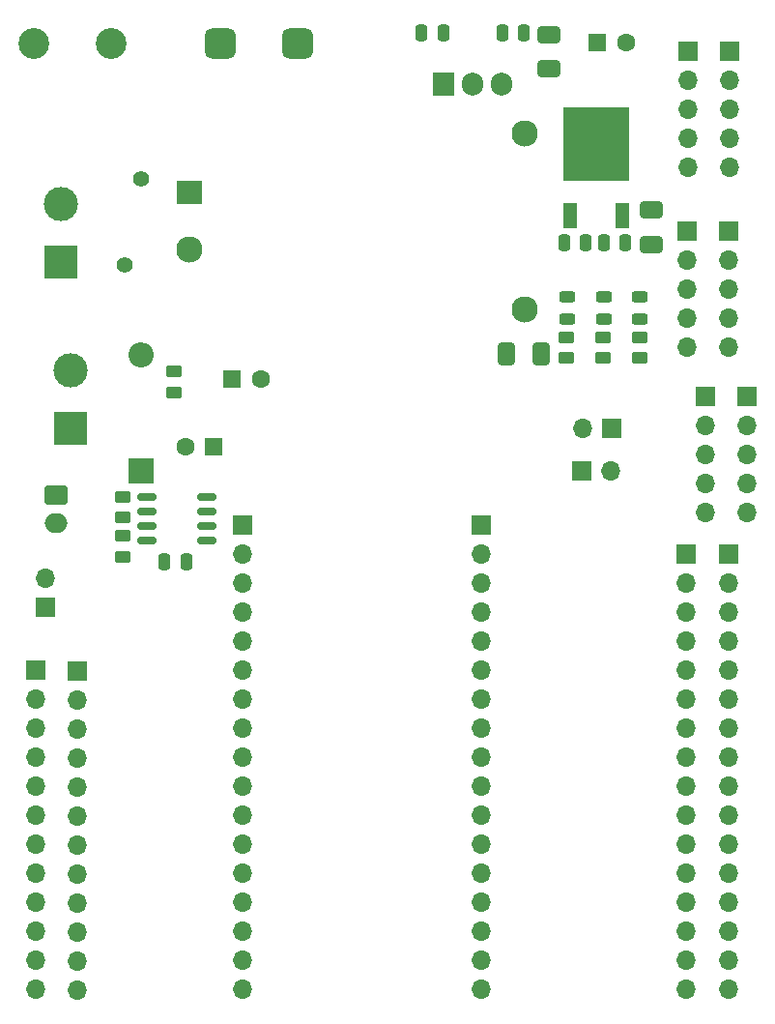
<source format=gts>
G04 #@! TF.GenerationSoftware,KiCad,Pcbnew,(6.0.8)*
G04 #@! TF.CreationDate,2023-06-29T00:22:17-04:00*
G04 #@! TF.ProjectId,proyecto final,70726f79-6563-4746-9f20-66696e616c2e,rev?*
G04 #@! TF.SameCoordinates,Original*
G04 #@! TF.FileFunction,Soldermask,Top*
G04 #@! TF.FilePolarity,Negative*
%FSLAX46Y46*%
G04 Gerber Fmt 4.6, Leading zero omitted, Abs format (unit mm)*
G04 Created by KiCad (PCBNEW (6.0.8)) date 2023-06-29 00:22:17*
%MOMM*%
%LPD*%
G01*
G04 APERTURE LIST*
G04 Aperture macros list*
%AMRoundRect*
0 Rectangle with rounded corners*
0 $1 Rounding radius*
0 $2 $3 $4 $5 $6 $7 $8 $9 X,Y pos of 4 corners*
0 Add a 4 corners polygon primitive as box body*
4,1,4,$2,$3,$4,$5,$6,$7,$8,$9,$2,$3,0*
0 Add four circle primitives for the rounded corners*
1,1,$1+$1,$2,$3*
1,1,$1+$1,$4,$5*
1,1,$1+$1,$6,$7*
1,1,$1+$1,$8,$9*
0 Add four rect primitives between the rounded corners*
20,1,$1+$1,$2,$3,$4,$5,0*
20,1,$1+$1,$4,$5,$6,$7,0*
20,1,$1+$1,$6,$7,$8,$9,0*
20,1,$1+$1,$8,$9,$2,$3,0*%
G04 Aperture macros list end*
%ADD10R,1.200000X2.200000*%
%ADD11R,5.800000X6.400000*%
%ADD12C,1.400000*%
%ADD13R,1.700000X1.700000*%
%ADD14O,1.700000X1.700000*%
%ADD15RoundRect,0.243750X0.456250X-0.243750X0.456250X0.243750X-0.456250X0.243750X-0.456250X-0.243750X0*%
%ADD16RoundRect,0.250000X0.250000X0.475000X-0.250000X0.475000X-0.250000X-0.475000X0.250000X-0.475000X0*%
%ADD17RoundRect,0.250000X-0.250000X-0.475000X0.250000X-0.475000X0.250000X0.475000X-0.250000X0.475000X0*%
%ADD18RoundRect,0.250000X-0.450000X0.262500X-0.450000X-0.262500X0.450000X-0.262500X0.450000X0.262500X0*%
%ADD19RoundRect,0.380000X-0.635000X0.380000X-0.635000X-0.380000X0.635000X-0.380000X0.635000X0.380000X0*%
%ADD20R,2.300000X2.000000*%
%ADD21C,2.300000*%
%ADD22RoundRect,0.380000X0.380000X0.635000X-0.380000X0.635000X-0.380000X-0.635000X0.380000X-0.635000X0*%
%ADD23RoundRect,0.250000X0.450000X-0.262500X0.450000X0.262500X-0.450000X0.262500X-0.450000X-0.262500X0*%
%ADD24RoundRect,0.150000X-0.675000X-0.150000X0.675000X-0.150000X0.675000X0.150000X-0.675000X0.150000X0*%
%ADD25R,1.905000X2.000000*%
%ADD26O,1.905000X2.000000*%
%ADD27R,3.000000X3.000000*%
%ADD28C,3.000000*%
%ADD29RoundRect,0.675000X0.675000X0.675000X-0.675000X0.675000X-0.675000X-0.675000X0.675000X-0.675000X0*%
%ADD30C,2.700000*%
%ADD31R,1.600000X1.600000*%
%ADD32C,1.600000*%
%ADD33R,2.200000X2.200000*%
%ADD34O,2.200000X2.200000*%
%ADD35RoundRect,0.250000X-0.750000X0.600000X-0.750000X-0.600000X0.750000X-0.600000X0.750000X0.600000X0*%
%ADD36O,2.000000X1.700000*%
G04 APERTURE END LIST*
D10*
X158655000Y-69675000D03*
D11*
X160935000Y-63375000D03*
D10*
X163215000Y-69675000D03*
D12*
X121115000Y-66455000D03*
X119615000Y-73955000D03*
D13*
X174175000Y-85520000D03*
D14*
X174175000Y-88060000D03*
X174175000Y-90600000D03*
X174175000Y-93140000D03*
X174175000Y-95680000D03*
D15*
X161615000Y-78692500D03*
X161615000Y-76817500D03*
D16*
X163535000Y-72075000D03*
X161635000Y-72075000D03*
D17*
X158175000Y-72075000D03*
X160075000Y-72075000D03*
D18*
X123995000Y-83332500D03*
X123995000Y-85157500D03*
X161585000Y-80322500D03*
X161585000Y-82147500D03*
D13*
X168955000Y-71045000D03*
D14*
X168955000Y-73585000D03*
X168955000Y-76125000D03*
X168955000Y-78665000D03*
X168955000Y-81205000D03*
D13*
X112687379Y-104005000D03*
D14*
X112687379Y-101465000D03*
D18*
X119485000Y-94302500D03*
X119485000Y-96127500D03*
D19*
X165765000Y-69195000D03*
X165765000Y-72235000D03*
D16*
X154635000Y-53665000D03*
X152735000Y-53665000D03*
D13*
X111835000Y-109480000D03*
D14*
X111835000Y-112020000D03*
X111835000Y-114560000D03*
X111835000Y-117100000D03*
X111835000Y-119640000D03*
X111835000Y-122180000D03*
X111835000Y-124720000D03*
X111835000Y-127260000D03*
X111835000Y-129800000D03*
X111835000Y-132340000D03*
X111835000Y-134880000D03*
X111835000Y-137420000D03*
D17*
X145655000Y-53675000D03*
X147555000Y-53675000D03*
D13*
X115505000Y-109530000D03*
D14*
X115505000Y-112070000D03*
X115505000Y-114610000D03*
X115505000Y-117150000D03*
X115505000Y-119690000D03*
X115505000Y-122230000D03*
X115505000Y-124770000D03*
X115505000Y-127310000D03*
X115505000Y-129850000D03*
X115505000Y-132390000D03*
X115505000Y-134930000D03*
X115505000Y-137470000D03*
D13*
X172555000Y-99330000D03*
D14*
X172555000Y-101870000D03*
X172555000Y-104410000D03*
X172555000Y-106950000D03*
X172555000Y-109490000D03*
X172555000Y-112030000D03*
X172555000Y-114570000D03*
X172555000Y-117110000D03*
X172555000Y-119650000D03*
X172555000Y-122190000D03*
X172555000Y-124730000D03*
X172555000Y-127270000D03*
X172555000Y-129810000D03*
X172555000Y-132350000D03*
X172555000Y-134890000D03*
X172555000Y-137430000D03*
D19*
X156815000Y-53800000D03*
X156815000Y-56840000D03*
D20*
X125302500Y-67675000D03*
D21*
X125302500Y-72675000D03*
X154702500Y-62475000D03*
X154702500Y-77875000D03*
D22*
X156150000Y-81755000D03*
X153110000Y-81755000D03*
D23*
X119485000Y-99547500D03*
X119485000Y-97722500D03*
D24*
X121590000Y-94330000D03*
X121590000Y-95600000D03*
X121590000Y-96870000D03*
X121590000Y-98140000D03*
X126840000Y-98140000D03*
X126840000Y-96870000D03*
X126840000Y-95600000D03*
X126840000Y-94330000D03*
D13*
X130000000Y-96780000D03*
D14*
X130000000Y-99320000D03*
X130000000Y-101860000D03*
X130000000Y-104400000D03*
X130000000Y-106940000D03*
X130000000Y-109480000D03*
X130000000Y-112020000D03*
X130000000Y-114560000D03*
X130000000Y-117100000D03*
X130000000Y-119640000D03*
X130000000Y-122180000D03*
X130000000Y-124720000D03*
X130000000Y-127260000D03*
X130000000Y-129800000D03*
X130000000Y-132340000D03*
X130000000Y-134880000D03*
X130000000Y-137420000D03*
D18*
X158365000Y-80322500D03*
X158365000Y-82147500D03*
D25*
X147605000Y-58140000D03*
D26*
X150145000Y-58140000D03*
X152685000Y-58140000D03*
D15*
X164755000Y-78692500D03*
X164755000Y-76817500D03*
D27*
X114035000Y-73755000D03*
D28*
X114035000Y-68675000D03*
D29*
X134805000Y-54640000D03*
X128045000Y-54640000D03*
D30*
X111695000Y-54640000D03*
X118455000Y-54640000D03*
D16*
X125035000Y-99995000D03*
X123135000Y-99995000D03*
D27*
X114937379Y-88305000D03*
D28*
X114937379Y-83225000D03*
D18*
X164755000Y-80322500D03*
X164755000Y-82147500D03*
D15*
X158385000Y-78692500D03*
X158385000Y-76817500D03*
D13*
X168860000Y-99330000D03*
D14*
X168860000Y-101870000D03*
X168860000Y-104410000D03*
X168860000Y-106950000D03*
X168860000Y-109490000D03*
X168860000Y-112030000D03*
X168860000Y-114570000D03*
X168860000Y-117110000D03*
X168860000Y-119650000D03*
X168860000Y-122190000D03*
X168860000Y-124730000D03*
X168860000Y-127270000D03*
X168860000Y-129810000D03*
X168860000Y-132350000D03*
X168860000Y-134890000D03*
X168860000Y-137430000D03*
D31*
X127477379Y-89945000D03*
D32*
X124977379Y-89945000D03*
D13*
X172650000Y-55280000D03*
D14*
X172650000Y-57820000D03*
X172650000Y-60360000D03*
X172650000Y-62900000D03*
X172650000Y-65440000D03*
D31*
X161067621Y-54500000D03*
D32*
X163567621Y-54500000D03*
D13*
X168995000Y-55280000D03*
D14*
X168995000Y-57820000D03*
X168995000Y-60360000D03*
X168995000Y-62900000D03*
X168995000Y-65440000D03*
D33*
X121055000Y-92045000D03*
D34*
X121055000Y-81885000D03*
D31*
X129067621Y-84000000D03*
D32*
X131567621Y-84000000D03*
D13*
X170515000Y-85470000D03*
D14*
X170515000Y-88010000D03*
X170515000Y-90550000D03*
X170515000Y-93090000D03*
X170515000Y-95630000D03*
D13*
X150860000Y-96780000D03*
D14*
X150860000Y-99320000D03*
X150860000Y-101860000D03*
X150860000Y-104400000D03*
X150860000Y-106940000D03*
X150860000Y-109480000D03*
X150860000Y-112020000D03*
X150860000Y-114560000D03*
X150860000Y-117100000D03*
X150860000Y-119640000D03*
X150860000Y-122180000D03*
X150860000Y-124720000D03*
X150860000Y-127260000D03*
X150860000Y-129800000D03*
X150860000Y-132340000D03*
X150860000Y-134880000D03*
X150860000Y-137420000D03*
D35*
X113637379Y-94125000D03*
D36*
X113637379Y-96625000D03*
D13*
X162285000Y-88310000D03*
D14*
X159745000Y-88310000D03*
D13*
X172605000Y-71045000D03*
D14*
X172605000Y-73585000D03*
X172605000Y-76125000D03*
X172605000Y-78665000D03*
X172605000Y-81205000D03*
D13*
X159735000Y-91990000D03*
D14*
X162275000Y-91990000D03*
M02*

</source>
